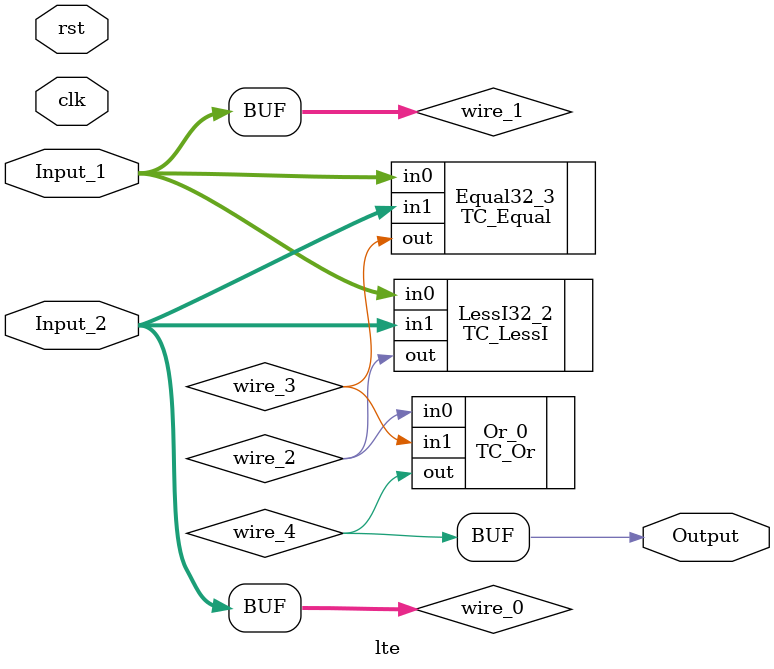
<source format=v>
module lte (clk, rst, Input_1, Input_2, Output);
  parameter UUID = 0;
  parameter NAME = "";
  input wire clk;
  input wire rst;

  input  wire [31:0] Input_1;
  input  wire [31:0] Input_2;
  output  wire [0:0] Output;

  TC_Or # (.UUID(64'd927868631695770935 ^ UUID), .BIT_WIDTH(64'd1)) Or_0 (.in0(wire_2), .in1(wire_3), .out(wire_4));
  TC_Constant # (.UUID(64'd587738403212964597 ^ UUID), .BIT_WIDTH(64'd1), .value(1'd0)) Off_1 (.out());
  TC_LessI # (.UUID(64'd1696994369820757886 ^ UUID), .BIT_WIDTH(64'd32)) LessI32_2 (.in0(wire_1), .in1(wire_0), .out(wire_2));
  TC_Equal # (.UUID(64'd837223325833467200 ^ UUID), .BIT_WIDTH(64'd32)) Equal32_3 (.in0(wire_1), .in1(wire_0), .out(wire_3));

  wire [31:0] wire_0;
  assign wire_0 = Input_2;
  wire [31:0] wire_1;
  assign wire_1 = Input_1;
  wire [0:0] wire_2;
  wire [0:0] wire_3;
  wire [0:0] wire_4;
  assign Output = wire_4;

endmodule

</source>
